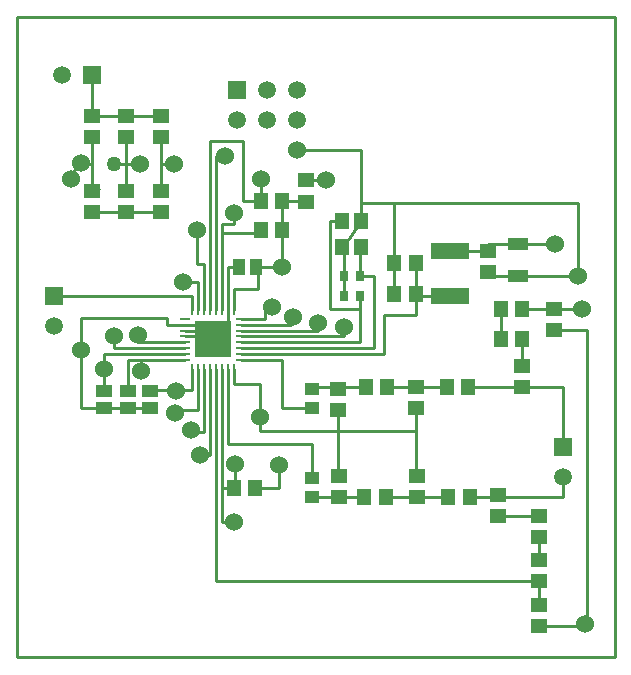
<source format=gbr>
G04 Layer_Physical_Order=1*
G04 Layer_Color=255*
%FSLAX26Y26*%
%MOIN*%
%TF.FileFunction,Copper,L1,Top,Signal*%
%TF.Part,Single*%
G01*
G75*
%TA.AperFunction,SMDPad,CuDef*%
%ADD10R,0.055118X0.047244*%
%ADD11R,0.047244X0.055118*%
%ADD12R,0.055118X0.043307*%
%ADD13R,0.122047X0.122047*%
%ADD14O,0.009842X0.037402*%
%ADD15O,0.037402X0.009842*%
%TA.AperFunction,TestPad*%
%ADD16C,0.060000*%
%TA.AperFunction,SMDPad,CuDef*%
%ADD17R,0.051181X0.039370*%
%ADD18R,0.066929X0.043307*%
%ADD19R,0.129921X0.055118*%
%ADD20R,0.047244X0.055118*%
%ADD21R,0.031496X0.035433*%
%ADD22R,0.043307X0.055118*%
%TA.AperFunction,NonConductor*%
%ADD23C,0.010000*%
%TA.AperFunction,Conductor*%
%ADD24C,0.010000*%
%TA.AperFunction,ViaPad*%
%ADD25C,0.060000*%
%TA.AperFunction,ComponentPad*%
%ADD26R,0.059055X0.059055*%
%ADD27C,0.059055*%
%ADD28R,0.059055X0.059055*%
%TA.AperFunction,ViaPad*%
%ADD29C,0.019685*%
%ADD30C,0.050000*%
D10*
X2645000Y1921299D02*
D03*
Y1850433D02*
D03*
X1925000Y2540433D02*
D03*
Y2469567D02*
D03*
X2030000Y1775433D02*
D03*
Y1846299D02*
D03*
X2290000Y1851299D02*
D03*
Y1780433D02*
D03*
X2295000Y1556299D02*
D03*
Y1485433D02*
D03*
X2035000Y1485433D02*
D03*
Y1556299D02*
D03*
X2565000Y1491299D02*
D03*
Y1420433D02*
D03*
X2700000Y1350433D02*
D03*
Y1421299D02*
D03*
X2700000Y1126299D02*
D03*
Y1055433D02*
D03*
Y1276299D02*
D03*
Y1205433D02*
D03*
X1210866Y2434567D02*
D03*
Y2505433D02*
D03*
X1325866Y2435000D02*
D03*
Y2505866D02*
D03*
X1440866Y2434567D02*
D03*
Y2505433D02*
D03*
X2530000Y2306299D02*
D03*
Y2235433D02*
D03*
X2750000Y2111299D02*
D03*
Y2040433D02*
D03*
X1210866Y2684567D02*
D03*
Y2755433D02*
D03*
X1325866Y2684567D02*
D03*
Y2755433D02*
D03*
X1440866Y2684567D02*
D03*
Y2755433D02*
D03*
D11*
X2394567Y1850866D02*
D03*
X2465433D02*
D03*
X2399567Y1485866D02*
D03*
X2470433D02*
D03*
X2190433Y1485866D02*
D03*
X2119567D02*
D03*
X2195433Y1850866D02*
D03*
X2124567D02*
D03*
X2290433Y2160866D02*
D03*
X2219567D02*
D03*
X2290433Y2265866D02*
D03*
X2219567D02*
D03*
X2574567Y2110866D02*
D03*
X2645433D02*
D03*
X2574567Y2010866D02*
D03*
X2645433D02*
D03*
X1684567Y1515000D02*
D03*
X1755433D02*
D03*
X1774567Y2470000D02*
D03*
X1845433D02*
D03*
X1774567Y2375000D02*
D03*
X1845433D02*
D03*
D12*
X1330000Y1780472D02*
D03*
Y1839527D02*
D03*
X1405000Y1780472D02*
D03*
Y1839527D02*
D03*
X1250000Y1780472D02*
D03*
Y1839527D02*
D03*
D13*
X1615000Y2010000D02*
D03*
D14*
X1546102Y2107441D02*
D03*
X1565787D02*
D03*
X1585473D02*
D03*
X1605158D02*
D03*
X1624843D02*
D03*
X1644528D02*
D03*
X1664213D02*
D03*
X1683898D02*
D03*
Y1912559D02*
D03*
X1664213D02*
D03*
X1644528D02*
D03*
X1624843D02*
D03*
X1605158D02*
D03*
X1585473D02*
D03*
X1565787D02*
D03*
X1546102D02*
D03*
D15*
X1708504Y2078898D02*
D03*
Y2059213D02*
D03*
Y2039527D02*
D03*
Y2019842D02*
D03*
Y2000157D02*
D03*
Y1980472D02*
D03*
Y1960787D02*
D03*
Y1941102D02*
D03*
X1521496D02*
D03*
Y1960787D02*
D03*
Y1980472D02*
D03*
Y2000157D02*
D03*
Y2019842D02*
D03*
Y2039527D02*
D03*
Y2059213D02*
D03*
Y2078898D02*
D03*
D16*
X1250000Y1910000D02*
D03*
X1284567Y2020866D02*
D03*
X1880000Y2084134D02*
D03*
X1810000Y2119134D02*
D03*
X1485866Y2594567D02*
D03*
X1175866Y2597500D02*
D03*
X1541732Y1707441D02*
D03*
X1965000Y2065000D02*
D03*
X1492874Y1838268D02*
D03*
X1487441Y1763268D02*
D03*
X1687441Y1595000D02*
D03*
X1365000Y2025000D02*
D03*
X1370866Y2594567D02*
D03*
D17*
X1945000Y1843858D02*
D03*
Y1780866D02*
D03*
Y1484370D02*
D03*
Y1547362D02*
D03*
D18*
X2630000Y2221850D02*
D03*
Y2328150D02*
D03*
D19*
X2405000Y2156063D02*
D03*
Y2305669D02*
D03*
D20*
X2108937Y2403307D02*
D03*
X2045945D02*
D03*
X2108937Y2316693D02*
D03*
X2045945D02*
D03*
D21*
X2049882Y2155000D02*
D03*
X2105000D02*
D03*
X2049882Y2220000D02*
D03*
X2105000D02*
D03*
D22*
X1700472Y2250000D02*
D03*
X1759527D02*
D03*
D23*
X960000Y950000D02*
Y3085000D01*
Y950000D02*
X2955000D01*
Y3085000D01*
X960000D02*
X2955000D01*
D24*
X1487441Y1775000D02*
X1565787D01*
X1487441Y1763268D02*
Y1775000D01*
X1565787D02*
Y1912559D01*
X1560000Y2260000D02*
Y2375000D01*
Y2260000D02*
X1585473D01*
X1685000Y2395000D02*
Y2430000D01*
X1644528Y2395000D02*
X1685000D01*
X1644528Y2365000D02*
Y2395000D01*
X1485000Y2595000D02*
X1485866D01*
X1440866D02*
X1485000D01*
X1485866Y2594567D02*
Y2595000D01*
X1624843Y2107441D02*
Y2440000D01*
X1625158Y2415000D02*
Y2620000D01*
X1655000D01*
X1715000Y2470000D02*
Y2670000D01*
X1605158D02*
X1715000D01*
X1605158Y2107441D02*
Y2670000D01*
X2530000Y2220866D02*
X2625000D01*
Y2222716D01*
X2219567Y2465000D02*
X2830000D01*
Y2221850D02*
Y2465000D01*
X2630000Y2221850D02*
X2830000D01*
X2108937Y2465000D02*
Y2640000D01*
X1895000D02*
X2108937D01*
X1774567Y2545000D02*
Y2555000D01*
Y2470000D02*
Y2545000D01*
X1925000Y2540000D02*
X1990000D01*
X1925000D02*
Y2540433D01*
X1515000Y2200000D02*
X1565787D01*
X1505000D02*
X1515000D01*
X1765000Y2178898D02*
Y2250000D01*
X2755000Y2328150D02*
X2770000D01*
X2630000D02*
X2755000D01*
X1140000Y2545000D02*
Y2561634D01*
Y2535000D02*
Y2545000D01*
X1175866Y2595000D02*
X1210866D01*
X1140000Y2561634D02*
X1175866Y2597500D01*
X1845433Y2470000D02*
X1925000D01*
Y2469567D02*
Y2470000D01*
X1765000Y2250000D02*
X1845433D01*
X1759527D02*
X1765000D01*
X1845433D02*
Y2375000D01*
Y2470000D01*
X1715000D02*
X1774567D01*
X1644528Y2365000D02*
X1770000D01*
X1644528Y2107441D02*
Y2365000D01*
X1664213Y2250000D02*
X1700472D01*
X1664213Y2107441D02*
Y2250000D01*
X1683898Y2178898D02*
X1765000D01*
X2845000Y2110000D02*
X2860000D01*
X2750000D02*
X2845000D01*
X1570000Y1625000D02*
X1605000D01*
X1560000D02*
X1570000D01*
X1175000Y1975000D02*
Y2080000D01*
Y1780472D02*
Y1975000D01*
Y1780472D02*
X1250000D01*
X1521496Y2059213D02*
X1615000D01*
X1175000Y2080000D02*
X1460000D01*
Y2059213D02*
Y2080000D01*
Y2059213D02*
X1521496D01*
X1835000Y1515000D02*
Y1590000D01*
X1755433Y1515000D02*
X1835000D01*
X1755433D02*
Y1515000D01*
X2700000Y1055433D02*
X2860000D01*
Y2040433D01*
X2700000Y1126299D02*
Y1205433D01*
X1624843D02*
X2700000D01*
Y1120866D02*
Y1126299D01*
X2560000Y1420433D02*
X2700000D01*
Y1421299D01*
Y1276299D02*
Y1350433D01*
X2700000Y1276299D02*
X2700000D01*
X1644528Y1400000D02*
X1685000D01*
X1644528D02*
Y1515000D01*
X1687441D02*
Y1595000D01*
X1684567Y1515000D02*
X1687441D01*
X1644528D02*
X1684567D01*
X2219567Y2265866D02*
Y2465000D01*
X2108937D02*
X2219567D01*
X2108937Y2403307D02*
Y2465000D01*
X1585473Y2107441D02*
Y2260000D01*
X1565787Y2107441D02*
Y2200000D01*
X1085000Y2155000D02*
X1546102D01*
Y2107441D02*
Y2155000D01*
X2530000Y2329016D02*
X2625000D01*
X2290000Y1705000D02*
Y1780433D01*
X2030000Y1705000D02*
X2290000D01*
X2030000D02*
Y1775433D01*
X1770000Y1705000D02*
X2030000D01*
Y1556299D02*
Y1705000D01*
X1770000D02*
Y1750000D01*
Y1860000D01*
X1683898D02*
X1770000D01*
X1664213Y1660000D02*
Y1912559D01*
X2290000Y1556299D02*
Y1705000D01*
X2780000Y1485866D02*
Y1550866D01*
X2470433Y1485866D02*
X2780000D01*
X2565000Y1490000D02*
Y1491299D01*
X2645433Y2111299D02*
X2750000D01*
Y2110000D02*
Y2111299D01*
X1605000Y1625000D02*
Y1640000D01*
X1605158D01*
X2750000Y2040433D02*
X2860000D01*
X1664528Y1660000D02*
X1945000D01*
Y1547362D02*
Y1660000D01*
X2465433Y1850866D02*
X2640000D01*
X2290000Y1556299D02*
X2295000D01*
X2030000Y1556299D02*
X2035000D01*
X1845000Y1780866D02*
X1945000D01*
X1845000D02*
Y1941102D01*
X1708504D02*
X1845000D01*
X1250000Y1780472D02*
X1330000D01*
X1250000Y1839527D02*
Y1960787D01*
X1330000Y1780472D02*
X1405000D01*
X1375000Y1905000D02*
Y1941102D01*
Y1895000D02*
Y1905000D01*
X1330000Y1839527D02*
Y1941102D01*
X1375000D01*
X1545000Y1840000D02*
Y1912559D01*
X1405000Y1840000D02*
X1545000D01*
X1683898Y1860000D02*
Y1912559D01*
X1644528Y1515000D02*
Y1912559D01*
X1624843Y1205433D02*
Y1912559D01*
X1605158Y1640000D02*
Y1912559D01*
X1585473Y1702441D02*
Y1912559D01*
X1545000D02*
X1546102D01*
X1375000Y1941102D02*
X1521496D01*
X1250000Y1960787D02*
X1521496D01*
X1285000Y1980472D02*
X1521496D01*
X1360000Y2000157D02*
X1521496D01*
Y2019842D02*
X1615000D01*
Y2010000D02*
Y2019842D01*
X1521496Y2039527D02*
X1615000D01*
X2530000Y2220866D02*
Y2235433D01*
X2047307Y2318566D02*
X2108937Y2403307D01*
X2045945Y2316693D02*
X2047307Y2318566D01*
X2049882Y2220000D02*
Y2316693D01*
X2105000Y2220000D02*
Y2316693D01*
X2108937D01*
X1708504Y1980472D02*
X2150000D01*
Y1980787D02*
Y2220000D01*
X2105000D02*
X2150000D01*
X2105000Y2110000D02*
Y2155000D01*
X2004882Y2110000D02*
X2105000D01*
X2004882D02*
Y2403307D01*
X2049882Y2155000D02*
Y2220000D01*
X2004882Y2403307D02*
X2045945D01*
X1708504Y1960787D02*
X2185000D01*
X2290433Y2156063D02*
X2405000D01*
X2290000Y2090000D02*
Y2160866D01*
X2185000Y1961102D02*
Y2090000D01*
X2290000D01*
Y2160866D02*
X2290433D01*
X1708504Y2000157D02*
X2105000D01*
Y2000472D02*
Y2110000D01*
X2050000Y2019842D02*
Y2035000D01*
X1708504Y2019842D02*
X2050000D01*
X1708504Y2039527D02*
X1965000D01*
Y2065000D01*
X1788898Y2125000D02*
X1820000D01*
X1788898Y2078898D02*
Y2125000D01*
X1708504Y2059213D02*
X1875000D01*
X1708504Y2078898D02*
X1788898D01*
X1683898Y2107441D02*
Y2178898D01*
X1664213Y2059213D02*
Y2107441D01*
X1285000Y1981339D02*
Y2020866D01*
X2295000Y1485866D02*
X2399567D01*
X2190433Y1485433D02*
X2295000D01*
Y1485866D01*
X2190433Y1485433D02*
Y1485866D01*
X2035000Y1485433D02*
X2119567D01*
X1945000D02*
X2035000D01*
X2119567D02*
Y1485866D01*
X1945000Y1484370D02*
Y1485433D01*
X2640000Y1850866D02*
X2780000D01*
X2640000Y1850433D02*
Y1850866D01*
Y1850866D01*
X2780000Y1650866D02*
Y1850866D01*
X2195433Y1850866D02*
X2290000D01*
Y1851299D02*
X2394567D01*
Y1850866D02*
Y1851299D01*
X2290000Y1850866D02*
Y1851299D01*
X2030000Y1850866D02*
X2124567D01*
X1945000Y1850866D02*
X2030000D01*
Y1846299D02*
Y1850866D01*
Y1850866D01*
X2645000Y1921299D02*
Y2010866D01*
X2574567D02*
Y2110866D01*
X2645433D02*
Y2111299D01*
X2700000Y1055433D02*
Y1055866D01*
X1440866Y2434567D02*
Y2435000D01*
X1325866Y2594567D02*
X1370866D01*
X1325866Y2505866D02*
Y2594567D01*
Y2684567D01*
X1440866Y2505433D02*
Y2595000D01*
Y2684567D01*
X1210866Y2755433D02*
Y2890000D01*
Y2755433D02*
X1325866D01*
X1440866D01*
X2219567Y2160866D02*
Y2265866D01*
X2290433Y2160866D02*
Y2265866D01*
X2530000Y2306299D02*
Y2329016D01*
X2405000Y2305669D02*
Y2306299D01*
X2530000D01*
X2290433Y2156063D02*
Y2160866D01*
X1210866Y2434567D02*
X1440866D01*
X1546732Y1702441D02*
X1585473D01*
X1210866Y2595000D02*
Y2684567D01*
X1285866Y2594567D02*
Y2595000D01*
Y2594567D02*
X1325866D01*
X1210866Y2512500D02*
X1235866D01*
X1190866D02*
X1210866D01*
Y2505433D02*
Y2512500D01*
Y2595000D01*
D25*
X1685000Y2430000D02*
D03*
X2830000Y2221850D02*
D03*
X1895000Y2640000D02*
D03*
X1774567Y2545000D02*
D03*
X1990000Y2540000D02*
D03*
X1140000Y2545000D02*
D03*
X1485000Y2595000D02*
D03*
X1845433Y2250000D02*
D03*
X1655000Y2620000D02*
D03*
X1175000Y1975000D02*
D03*
X1835000Y1590000D02*
D03*
X2855000Y1060000D02*
D03*
X1685000Y1400000D02*
D03*
X1560000Y2375000D02*
D03*
X1515000Y2200000D02*
D03*
X2755000Y2328150D02*
D03*
X1770000Y1750000D02*
D03*
X2845000Y2110000D02*
D03*
X1570000Y1625000D02*
D03*
X1375000Y1905000D02*
D03*
X2050000Y2050000D02*
D03*
D26*
X1085000Y2155000D02*
D03*
X2780000Y1650866D02*
D03*
D27*
X1085000Y2055000D02*
D03*
X1110866Y2890000D02*
D03*
X2780000Y1550866D02*
D03*
X1695000Y2740000D02*
D03*
X1795000Y2840000D02*
D03*
Y2740000D02*
D03*
X1895000Y2840000D02*
D03*
Y2740000D02*
D03*
D28*
X1210866Y2890000D02*
D03*
X1695000Y2840000D02*
D03*
D29*
X1658307Y1966693D02*
D03*
X1615000D02*
D03*
X1571693D02*
D03*
X1658307Y2010000D02*
D03*
X1615000D02*
D03*
X1571693D02*
D03*
X1658307Y2053307D02*
D03*
X1615000D02*
D03*
X1571693D02*
D03*
D30*
X1285866Y2595000D02*
D03*
%TF.MD5,13D4C439D559F49E58077DA1BEE218C9*%
M02*

</source>
